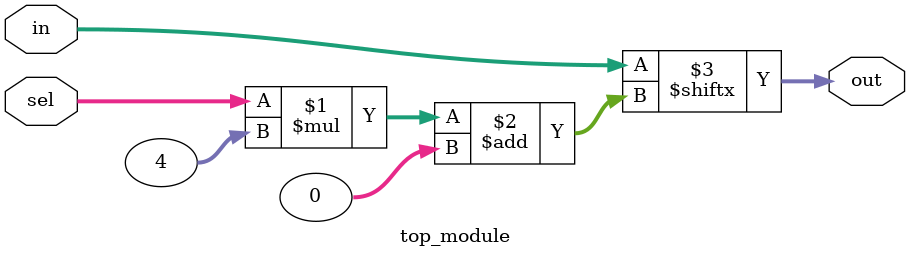
<source format=v>

module top_module( 
    input [1023:0] in,
    input [7:0] sel,
    output [3:0] out );

    // syntax [start +: width] -- take 'width' bits ending at 'start', counting upward
    //        [start -: width] -- take 'width' bits ending at 'start', counting down

    // ex: sel = 255
    // starting at bit 255*4, count up the next 4 bits and assign them to 'out'
    assign out = in[sel * 4 +: 4];
    
endmodule

</source>
